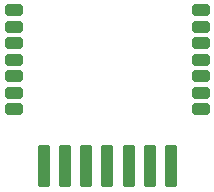
<source format=gbr>
%TF.GenerationSoftware,KiCad,Pcbnew,9.0.5*%
%TF.CreationDate,2025-11-15T13:23:46-05:00*%
%TF.ProjectId,LearningTest2,4c656172-6e69-46e6-9754-657374322e6b,rev?*%
%TF.SameCoordinates,Original*%
%TF.FileFunction,Copper,L2,Bot*%
%TF.FilePolarity,Positive*%
%FSLAX46Y46*%
G04 Gerber Fmt 4.6, Leading zero omitted, Abs format (unit mm)*
G04 Created by KiCad (PCBNEW 9.0.5) date 2025-11-15 13:23:46*
%MOMM*%
%LPD*%
G01*
G04 APERTURE LIST*
G04 Aperture macros list*
%AMRoundRect*
0 Rectangle with rounded corners*
0 $1 Rounding radius*
0 $2 $3 $4 $5 $6 $7 $8 $9 X,Y pos of 4 corners*
0 Add a 4 corners polygon primitive as box body*
4,1,4,$2,$3,$4,$5,$6,$7,$8,$9,$2,$3,0*
0 Add four circle primitives for the rounded corners*
1,1,$1+$1,$2,$3*
1,1,$1+$1,$4,$5*
1,1,$1+$1,$6,$7*
1,1,$1+$1,$8,$9*
0 Add four rect primitives between the rounded corners*
20,1,$1+$1,$2,$3,$4,$5,0*
20,1,$1+$1,$4,$5,$6,$7,0*
20,1,$1+$1,$6,$7,$8,$9,0*
20,1,$1+$1,$8,$9,$2,$3,0*%
G04 Aperture macros list end*
%TA.AperFunction,CastellatedPad*%
%ADD10RoundRect,0.150000X-0.600000X-0.350000X0.600000X-0.350000X0.600000X0.350000X-0.600000X0.350000X0*%
%TD*%
%TA.AperFunction,CastellatedPad*%
%ADD11RoundRect,0.150000X-0.350000X1.650000X-0.350000X-1.650000X0.350000X-1.650000X0.350000X1.650000X0*%
%TD*%
G04 APERTURE END LIST*
D10*
%TO.P,U1,1,P14/SPI_SCK*%
%TO.N,unconnected-(U1-P14{slash}SPI_SCK-Pad1)*%
X100200000Y-105650000D03*
%TO.P,U1,2,P16/SPI_MOSI*%
%TO.N,Net-(J2-Pin_5)*%
X100200000Y-107050000D03*
%TO.P,U1,3,P20*%
%TO.N,unconnected-(U1-P20-Pad3)*%
X100200000Y-108450000D03*
%TO.P,U1,4,P22*%
%TO.N,unconnected-(U1-P22-Pad4)*%
X100200000Y-109850000D03*
%TO.P,U1,5,ADC*%
%TO.N,unconnected-(U1-ADC-Pad5)*%
X100200000Y-111250000D03*
%TO.P,U1,6,RX2*%
%TO.N,unconnected-(U1-RX2-Pad6)*%
X100200000Y-112650000D03*
%TO.P,U1,7,TX2*%
%TO.N,unconnected-(U1-TX2-Pad7)*%
X100200000Y-114050000D03*
D11*
%TO.P,U1,8,P8*%
%TO.N,Net-(J2-Pin_4)*%
X102700000Y-118850000D03*
%TO.P,U1,9,P7*%
%TO.N,Net-(J2-Pin_3)*%
X104500000Y-118850000D03*
%TO.P,U1,10,P6*%
%TO.N,unconnected-(U1-P6-Pad10)*%
X106300000Y-118850000D03*
%TO.P,U1,11,P26*%
%TO.N,unconnected-(U1-P26-Pad11)*%
X108100000Y-118850000D03*
%TO.P,U1,12,P24*%
%TO.N,unconnected-(U1-P24-Pad12)*%
X109900000Y-118850000D03*
%TO.P,U1,13,GND*%
%TO.N,Net-(J2-Pin_2)*%
X111700000Y-118850000D03*
%TO.P,U1,14,3V3*%
%TO.N,Net-(J2-Pin_1)*%
X113500000Y-118850000D03*
D10*
%TO.P,U1,15,TX1*%
%TO.N,unconnected-(U1-TX1-Pad15)*%
X116000000Y-114050000D03*
%TO.P,U1,16,RX1*%
%TO.N,unconnected-(U1-RX1-Pad16)*%
X116000000Y-112650000D03*
%TO.P,U1,17,P28*%
%TO.N,unconnected-(U1-P28-Pad17)*%
X116000000Y-111250000D03*
%TO.P,U1,18,~{CEN}*%
%TO.N,unconnected-(U1-~{CEN}-Pad18)*%
X116000000Y-109850000D03*
%TO.P,U1,19,P9*%
%TO.N,unconnected-(U1-P9-Pad19)*%
X116000000Y-108450000D03*
%TO.P,U1,20,P17/SPI_MISO*%
%TO.N,unconnected-(U1-P17{slash}SPI_MISO-Pad20)*%
X116000000Y-107050000D03*
%TO.P,U1,21,P15/SPI_CS*%
%TO.N,unconnected-(U1-P15{slash}SPI_CS-Pad21)*%
X116000000Y-105650000D03*
%TD*%
M02*

</source>
